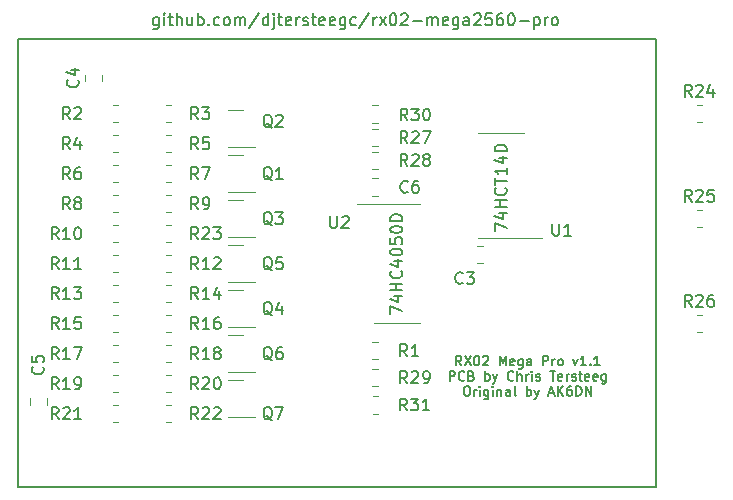
<source format=gbr>
%TF.GenerationSoftware,KiCad,Pcbnew,(6.0.11)*%
%TF.CreationDate,2023-03-14T22:18:48-05:00*%
%TF.ProjectId,rx02-mega2560-pro,72783032-2d6d-4656-9761-323536302d70,rev?*%
%TF.SameCoordinates,Original*%
%TF.FileFunction,Legend,Top*%
%TF.FilePolarity,Positive*%
%FSLAX46Y46*%
G04 Gerber Fmt 4.6, Leading zero omitted, Abs format (unit mm)*
G04 Created by KiCad (PCBNEW (6.0.11)) date 2023-03-14 22:18:48*
%MOMM*%
%LPD*%
G01*
G04 APERTURE LIST*
%ADD10C,0.200000*%
%ADD11C,0.150000*%
%ADD12C,0.120000*%
%ADD13C,0.127000*%
G04 APERTURE END LIST*
D10*
X149289200Y-100038904D02*
X149022533Y-99657952D01*
X148832057Y-100038904D02*
X148832057Y-99238904D01*
X149136819Y-99238904D01*
X149213009Y-99277000D01*
X149251104Y-99315095D01*
X149289200Y-99391285D01*
X149289200Y-99505571D01*
X149251104Y-99581761D01*
X149213009Y-99619857D01*
X149136819Y-99657952D01*
X148832057Y-99657952D01*
X149555866Y-99238904D02*
X150089200Y-100038904D01*
X150089200Y-99238904D02*
X149555866Y-100038904D01*
X150546342Y-99238904D02*
X150622533Y-99238904D01*
X150698723Y-99277000D01*
X150736819Y-99315095D01*
X150774914Y-99391285D01*
X150813009Y-99543666D01*
X150813009Y-99734142D01*
X150774914Y-99886523D01*
X150736819Y-99962714D01*
X150698723Y-100000809D01*
X150622533Y-100038904D01*
X150546342Y-100038904D01*
X150470152Y-100000809D01*
X150432057Y-99962714D01*
X150393961Y-99886523D01*
X150355866Y-99734142D01*
X150355866Y-99543666D01*
X150393961Y-99391285D01*
X150432057Y-99315095D01*
X150470152Y-99277000D01*
X150546342Y-99238904D01*
X151117771Y-99315095D02*
X151155866Y-99277000D01*
X151232057Y-99238904D01*
X151422533Y-99238904D01*
X151498723Y-99277000D01*
X151536819Y-99315095D01*
X151574914Y-99391285D01*
X151574914Y-99467476D01*
X151536819Y-99581761D01*
X151079676Y-100038904D01*
X151574914Y-100038904D01*
X152527295Y-100038904D02*
X152527295Y-99238904D01*
X152793961Y-99810333D01*
X153060628Y-99238904D01*
X153060628Y-100038904D01*
X153746342Y-100000809D02*
X153670152Y-100038904D01*
X153517771Y-100038904D01*
X153441580Y-100000809D01*
X153403485Y-99924619D01*
X153403485Y-99619857D01*
X153441580Y-99543666D01*
X153517771Y-99505571D01*
X153670152Y-99505571D01*
X153746342Y-99543666D01*
X153784438Y-99619857D01*
X153784438Y-99696047D01*
X153403485Y-99772238D01*
X154470152Y-99505571D02*
X154470152Y-100153190D01*
X154432057Y-100229380D01*
X154393961Y-100267476D01*
X154317771Y-100305571D01*
X154203485Y-100305571D01*
X154127295Y-100267476D01*
X154470152Y-100000809D02*
X154393961Y-100038904D01*
X154241580Y-100038904D01*
X154165390Y-100000809D01*
X154127295Y-99962714D01*
X154089200Y-99886523D01*
X154089200Y-99657952D01*
X154127295Y-99581761D01*
X154165390Y-99543666D01*
X154241580Y-99505571D01*
X154393961Y-99505571D01*
X154470152Y-99543666D01*
X155193961Y-100038904D02*
X155193961Y-99619857D01*
X155155866Y-99543666D01*
X155079676Y-99505571D01*
X154927295Y-99505571D01*
X154851104Y-99543666D01*
X155193961Y-100000809D02*
X155117771Y-100038904D01*
X154927295Y-100038904D01*
X154851104Y-100000809D01*
X154813009Y-99924619D01*
X154813009Y-99848428D01*
X154851104Y-99772238D01*
X154927295Y-99734142D01*
X155117771Y-99734142D01*
X155193961Y-99696047D01*
X156184438Y-100038904D02*
X156184438Y-99238904D01*
X156489200Y-99238904D01*
X156565390Y-99277000D01*
X156603485Y-99315095D01*
X156641580Y-99391285D01*
X156641580Y-99505571D01*
X156603485Y-99581761D01*
X156565390Y-99619857D01*
X156489200Y-99657952D01*
X156184438Y-99657952D01*
X156984438Y-100038904D02*
X156984438Y-99505571D01*
X156984438Y-99657952D02*
X157022533Y-99581761D01*
X157060628Y-99543666D01*
X157136819Y-99505571D01*
X157213009Y-99505571D01*
X157593961Y-100038904D02*
X157517771Y-100000809D01*
X157479676Y-99962714D01*
X157441580Y-99886523D01*
X157441580Y-99657952D01*
X157479676Y-99581761D01*
X157517771Y-99543666D01*
X157593961Y-99505571D01*
X157708247Y-99505571D01*
X157784438Y-99543666D01*
X157822533Y-99581761D01*
X157860628Y-99657952D01*
X157860628Y-99886523D01*
X157822533Y-99962714D01*
X157784438Y-100000809D01*
X157708247Y-100038904D01*
X157593961Y-100038904D01*
X158736819Y-99505571D02*
X158927295Y-100038904D01*
X159117771Y-99505571D01*
X159841580Y-100038904D02*
X159384438Y-100038904D01*
X159613009Y-100038904D02*
X159613009Y-99238904D01*
X159536819Y-99353190D01*
X159460628Y-99429380D01*
X159384438Y-99467476D01*
X160184438Y-99962714D02*
X160222533Y-100000809D01*
X160184438Y-100038904D01*
X160146342Y-100000809D01*
X160184438Y-99962714D01*
X160184438Y-100038904D01*
X160984438Y-100038904D02*
X160527295Y-100038904D01*
X160755866Y-100038904D02*
X160755866Y-99238904D01*
X160679676Y-99353190D01*
X160603485Y-99429380D01*
X160527295Y-99467476D01*
X148279676Y-101326904D02*
X148279676Y-100526904D01*
X148584438Y-100526904D01*
X148660628Y-100565000D01*
X148698723Y-100603095D01*
X148736819Y-100679285D01*
X148736819Y-100793571D01*
X148698723Y-100869761D01*
X148660628Y-100907857D01*
X148584438Y-100945952D01*
X148279676Y-100945952D01*
X149536819Y-101250714D02*
X149498723Y-101288809D01*
X149384438Y-101326904D01*
X149308247Y-101326904D01*
X149193961Y-101288809D01*
X149117771Y-101212619D01*
X149079676Y-101136428D01*
X149041580Y-100984047D01*
X149041580Y-100869761D01*
X149079676Y-100717380D01*
X149117771Y-100641190D01*
X149193961Y-100565000D01*
X149308247Y-100526904D01*
X149384438Y-100526904D01*
X149498723Y-100565000D01*
X149536819Y-100603095D01*
X150146342Y-100907857D02*
X150260628Y-100945952D01*
X150298723Y-100984047D01*
X150336819Y-101060238D01*
X150336819Y-101174523D01*
X150298723Y-101250714D01*
X150260628Y-101288809D01*
X150184438Y-101326904D01*
X149879676Y-101326904D01*
X149879676Y-100526904D01*
X150146342Y-100526904D01*
X150222533Y-100565000D01*
X150260628Y-100603095D01*
X150298723Y-100679285D01*
X150298723Y-100755476D01*
X150260628Y-100831666D01*
X150222533Y-100869761D01*
X150146342Y-100907857D01*
X149879676Y-100907857D01*
X151289200Y-101326904D02*
X151289200Y-100526904D01*
X151289200Y-100831666D02*
X151365390Y-100793571D01*
X151517771Y-100793571D01*
X151593961Y-100831666D01*
X151632057Y-100869761D01*
X151670152Y-100945952D01*
X151670152Y-101174523D01*
X151632057Y-101250714D01*
X151593961Y-101288809D01*
X151517771Y-101326904D01*
X151365390Y-101326904D01*
X151289200Y-101288809D01*
X151936819Y-100793571D02*
X152127295Y-101326904D01*
X152317771Y-100793571D02*
X152127295Y-101326904D01*
X152051104Y-101517380D01*
X152013009Y-101555476D01*
X151936819Y-101593571D01*
X153689200Y-101250714D02*
X153651104Y-101288809D01*
X153536819Y-101326904D01*
X153460628Y-101326904D01*
X153346342Y-101288809D01*
X153270152Y-101212619D01*
X153232057Y-101136428D01*
X153193961Y-100984047D01*
X153193961Y-100869761D01*
X153232057Y-100717380D01*
X153270152Y-100641190D01*
X153346342Y-100565000D01*
X153460628Y-100526904D01*
X153536819Y-100526904D01*
X153651104Y-100565000D01*
X153689200Y-100603095D01*
X154032057Y-101326904D02*
X154032057Y-100526904D01*
X154374914Y-101326904D02*
X154374914Y-100907857D01*
X154336819Y-100831666D01*
X154260628Y-100793571D01*
X154146342Y-100793571D01*
X154070152Y-100831666D01*
X154032057Y-100869761D01*
X154755866Y-101326904D02*
X154755866Y-100793571D01*
X154755866Y-100945952D02*
X154793961Y-100869761D01*
X154832057Y-100831666D01*
X154908247Y-100793571D01*
X154984438Y-100793571D01*
X155251104Y-101326904D02*
X155251104Y-100793571D01*
X155251104Y-100526904D02*
X155213009Y-100565000D01*
X155251104Y-100603095D01*
X155289200Y-100565000D01*
X155251104Y-100526904D01*
X155251104Y-100603095D01*
X155593961Y-101288809D02*
X155670152Y-101326904D01*
X155822533Y-101326904D01*
X155898723Y-101288809D01*
X155936819Y-101212619D01*
X155936819Y-101174523D01*
X155898723Y-101098333D01*
X155822533Y-101060238D01*
X155708247Y-101060238D01*
X155632057Y-101022142D01*
X155593961Y-100945952D01*
X155593961Y-100907857D01*
X155632057Y-100831666D01*
X155708247Y-100793571D01*
X155822533Y-100793571D01*
X155898723Y-100831666D01*
X156774914Y-100526904D02*
X157232057Y-100526904D01*
X157003485Y-101326904D02*
X157003485Y-100526904D01*
X157803485Y-101288809D02*
X157727295Y-101326904D01*
X157574914Y-101326904D01*
X157498723Y-101288809D01*
X157460628Y-101212619D01*
X157460628Y-100907857D01*
X157498723Y-100831666D01*
X157574914Y-100793571D01*
X157727295Y-100793571D01*
X157803485Y-100831666D01*
X157841580Y-100907857D01*
X157841580Y-100984047D01*
X157460628Y-101060238D01*
X158184438Y-101326904D02*
X158184438Y-100793571D01*
X158184438Y-100945952D02*
X158222533Y-100869761D01*
X158260628Y-100831666D01*
X158336819Y-100793571D01*
X158413009Y-100793571D01*
X158641580Y-101288809D02*
X158717771Y-101326904D01*
X158870152Y-101326904D01*
X158946342Y-101288809D01*
X158984438Y-101212619D01*
X158984438Y-101174523D01*
X158946342Y-101098333D01*
X158870152Y-101060238D01*
X158755866Y-101060238D01*
X158679676Y-101022142D01*
X158641580Y-100945952D01*
X158641580Y-100907857D01*
X158679676Y-100831666D01*
X158755866Y-100793571D01*
X158870152Y-100793571D01*
X158946342Y-100831666D01*
X159213009Y-100793571D02*
X159517771Y-100793571D01*
X159327295Y-100526904D02*
X159327295Y-101212619D01*
X159365390Y-101288809D01*
X159441580Y-101326904D01*
X159517771Y-101326904D01*
X160089200Y-101288809D02*
X160013009Y-101326904D01*
X159860628Y-101326904D01*
X159784438Y-101288809D01*
X159746342Y-101212619D01*
X159746342Y-100907857D01*
X159784438Y-100831666D01*
X159860628Y-100793571D01*
X160013009Y-100793571D01*
X160089200Y-100831666D01*
X160127295Y-100907857D01*
X160127295Y-100984047D01*
X159746342Y-101060238D01*
X160774914Y-101288809D02*
X160698723Y-101326904D01*
X160546342Y-101326904D01*
X160470152Y-101288809D01*
X160432057Y-101212619D01*
X160432057Y-100907857D01*
X160470152Y-100831666D01*
X160546342Y-100793571D01*
X160698723Y-100793571D01*
X160774914Y-100831666D01*
X160813009Y-100907857D01*
X160813009Y-100984047D01*
X160432057Y-101060238D01*
X161498723Y-100793571D02*
X161498723Y-101441190D01*
X161460628Y-101517380D01*
X161422533Y-101555476D01*
X161346342Y-101593571D01*
X161232057Y-101593571D01*
X161155866Y-101555476D01*
X161498723Y-101288809D02*
X161422533Y-101326904D01*
X161270152Y-101326904D01*
X161193961Y-101288809D01*
X161155866Y-101250714D01*
X161117771Y-101174523D01*
X161117771Y-100945952D01*
X161155866Y-100869761D01*
X161193961Y-100831666D01*
X161270152Y-100793571D01*
X161422533Y-100793571D01*
X161498723Y-100831666D01*
X149670152Y-101814904D02*
X149822533Y-101814904D01*
X149898723Y-101853000D01*
X149974914Y-101929190D01*
X150013009Y-102081571D01*
X150013009Y-102348238D01*
X149974914Y-102500619D01*
X149898723Y-102576809D01*
X149822533Y-102614904D01*
X149670152Y-102614904D01*
X149593961Y-102576809D01*
X149517771Y-102500619D01*
X149479676Y-102348238D01*
X149479676Y-102081571D01*
X149517771Y-101929190D01*
X149593961Y-101853000D01*
X149670152Y-101814904D01*
X150355866Y-102614904D02*
X150355866Y-102081571D01*
X150355866Y-102233952D02*
X150393961Y-102157761D01*
X150432057Y-102119666D01*
X150508247Y-102081571D01*
X150584438Y-102081571D01*
X150851104Y-102614904D02*
X150851104Y-102081571D01*
X150851104Y-101814904D02*
X150813009Y-101853000D01*
X150851104Y-101891095D01*
X150889200Y-101853000D01*
X150851104Y-101814904D01*
X150851104Y-101891095D01*
X151574914Y-102081571D02*
X151574914Y-102729190D01*
X151536819Y-102805380D01*
X151498723Y-102843476D01*
X151422533Y-102881571D01*
X151308247Y-102881571D01*
X151232057Y-102843476D01*
X151574914Y-102576809D02*
X151498723Y-102614904D01*
X151346342Y-102614904D01*
X151270152Y-102576809D01*
X151232057Y-102538714D01*
X151193961Y-102462523D01*
X151193961Y-102233952D01*
X151232057Y-102157761D01*
X151270152Y-102119666D01*
X151346342Y-102081571D01*
X151498723Y-102081571D01*
X151574914Y-102119666D01*
X151955866Y-102614904D02*
X151955866Y-102081571D01*
X151955866Y-101814904D02*
X151917771Y-101853000D01*
X151955866Y-101891095D01*
X151993961Y-101853000D01*
X151955866Y-101814904D01*
X151955866Y-101891095D01*
X152336819Y-102081571D02*
X152336819Y-102614904D01*
X152336819Y-102157761D02*
X152374914Y-102119666D01*
X152451104Y-102081571D01*
X152565390Y-102081571D01*
X152641580Y-102119666D01*
X152679676Y-102195857D01*
X152679676Y-102614904D01*
X153403485Y-102614904D02*
X153403485Y-102195857D01*
X153365390Y-102119666D01*
X153289200Y-102081571D01*
X153136819Y-102081571D01*
X153060628Y-102119666D01*
X153403485Y-102576809D02*
X153327295Y-102614904D01*
X153136819Y-102614904D01*
X153060628Y-102576809D01*
X153022533Y-102500619D01*
X153022533Y-102424428D01*
X153060628Y-102348238D01*
X153136819Y-102310142D01*
X153327295Y-102310142D01*
X153403485Y-102272047D01*
X153898723Y-102614904D02*
X153822533Y-102576809D01*
X153784438Y-102500619D01*
X153784438Y-101814904D01*
X154813009Y-102614904D02*
X154813009Y-101814904D01*
X154813009Y-102119666D02*
X154889200Y-102081571D01*
X155041580Y-102081571D01*
X155117771Y-102119666D01*
X155155866Y-102157761D01*
X155193961Y-102233952D01*
X155193961Y-102462523D01*
X155155866Y-102538714D01*
X155117771Y-102576809D01*
X155041580Y-102614904D01*
X154889200Y-102614904D01*
X154813009Y-102576809D01*
X155460628Y-102081571D02*
X155651104Y-102614904D01*
X155841580Y-102081571D02*
X155651104Y-102614904D01*
X155574914Y-102805380D01*
X155536819Y-102843476D01*
X155460628Y-102881571D01*
X156717771Y-102386333D02*
X157098723Y-102386333D01*
X156641580Y-102614904D02*
X156908247Y-101814904D01*
X157174914Y-102614904D01*
X157441580Y-102614904D02*
X157441580Y-101814904D01*
X157898723Y-102614904D02*
X157555866Y-102157761D01*
X157898723Y-101814904D02*
X157441580Y-102272047D01*
X158584438Y-101814904D02*
X158432057Y-101814904D01*
X158355866Y-101853000D01*
X158317771Y-101891095D01*
X158241580Y-102005380D01*
X158203485Y-102157761D01*
X158203485Y-102462523D01*
X158241580Y-102538714D01*
X158279676Y-102576809D01*
X158355866Y-102614904D01*
X158508247Y-102614904D01*
X158584438Y-102576809D01*
X158622533Y-102538714D01*
X158660628Y-102462523D01*
X158660628Y-102272047D01*
X158622533Y-102195857D01*
X158584438Y-102157761D01*
X158508247Y-102119666D01*
X158355866Y-102119666D01*
X158279676Y-102157761D01*
X158241580Y-102195857D01*
X158203485Y-102272047D01*
X159003485Y-102614904D02*
X159003485Y-101814904D01*
X159193961Y-101814904D01*
X159308247Y-101853000D01*
X159384438Y-101929190D01*
X159422533Y-102005380D01*
X159460628Y-102157761D01*
X159460628Y-102272047D01*
X159422533Y-102424428D01*
X159384438Y-102500619D01*
X159308247Y-102576809D01*
X159193961Y-102614904D01*
X159003485Y-102614904D01*
X159803485Y-102614904D02*
X159803485Y-101814904D01*
X160260628Y-102614904D01*
X160260628Y-101814904D01*
D11*
X123642933Y-70575514D02*
X123642933Y-71385038D01*
X123595314Y-71480276D01*
X123547695Y-71527895D01*
X123452457Y-71575514D01*
X123309599Y-71575514D01*
X123214361Y-71527895D01*
X123642933Y-71194561D02*
X123547695Y-71242180D01*
X123357219Y-71242180D01*
X123261980Y-71194561D01*
X123214361Y-71146942D01*
X123166742Y-71051704D01*
X123166742Y-70765990D01*
X123214361Y-70670752D01*
X123261980Y-70623133D01*
X123357219Y-70575514D01*
X123547695Y-70575514D01*
X123642933Y-70623133D01*
X124119123Y-71242180D02*
X124119123Y-70575514D01*
X124119123Y-70242180D02*
X124071504Y-70289800D01*
X124119123Y-70337419D01*
X124166742Y-70289800D01*
X124119123Y-70242180D01*
X124119123Y-70337419D01*
X124452457Y-70575514D02*
X124833409Y-70575514D01*
X124595314Y-70242180D02*
X124595314Y-71099323D01*
X124642933Y-71194561D01*
X124738171Y-71242180D01*
X124833409Y-71242180D01*
X125166742Y-71242180D02*
X125166742Y-70242180D01*
X125595314Y-71242180D02*
X125595314Y-70718371D01*
X125547695Y-70623133D01*
X125452457Y-70575514D01*
X125309599Y-70575514D01*
X125214361Y-70623133D01*
X125166742Y-70670752D01*
X126500076Y-70575514D02*
X126500076Y-71242180D01*
X126071504Y-70575514D02*
X126071504Y-71099323D01*
X126119123Y-71194561D01*
X126214361Y-71242180D01*
X126357219Y-71242180D01*
X126452457Y-71194561D01*
X126500076Y-71146942D01*
X126976266Y-71242180D02*
X126976266Y-70242180D01*
X126976266Y-70623133D02*
X127071504Y-70575514D01*
X127261980Y-70575514D01*
X127357219Y-70623133D01*
X127404838Y-70670752D01*
X127452457Y-70765990D01*
X127452457Y-71051704D01*
X127404838Y-71146942D01*
X127357219Y-71194561D01*
X127261980Y-71242180D01*
X127071504Y-71242180D01*
X126976266Y-71194561D01*
X127881028Y-71146942D02*
X127928647Y-71194561D01*
X127881028Y-71242180D01*
X127833409Y-71194561D01*
X127881028Y-71146942D01*
X127881028Y-71242180D01*
X128785790Y-71194561D02*
X128690552Y-71242180D01*
X128500076Y-71242180D01*
X128404838Y-71194561D01*
X128357219Y-71146942D01*
X128309599Y-71051704D01*
X128309599Y-70765990D01*
X128357219Y-70670752D01*
X128404838Y-70623133D01*
X128500076Y-70575514D01*
X128690552Y-70575514D01*
X128785790Y-70623133D01*
X129357219Y-71242180D02*
X129261980Y-71194561D01*
X129214361Y-71146942D01*
X129166742Y-71051704D01*
X129166742Y-70765990D01*
X129214361Y-70670752D01*
X129261980Y-70623133D01*
X129357219Y-70575514D01*
X129500076Y-70575514D01*
X129595314Y-70623133D01*
X129642933Y-70670752D01*
X129690552Y-70765990D01*
X129690552Y-71051704D01*
X129642933Y-71146942D01*
X129595314Y-71194561D01*
X129500076Y-71242180D01*
X129357219Y-71242180D01*
X130119123Y-71242180D02*
X130119123Y-70575514D01*
X130119123Y-70670752D02*
X130166742Y-70623133D01*
X130261980Y-70575514D01*
X130404838Y-70575514D01*
X130500076Y-70623133D01*
X130547695Y-70718371D01*
X130547695Y-71242180D01*
X130547695Y-70718371D02*
X130595314Y-70623133D01*
X130690552Y-70575514D01*
X130833409Y-70575514D01*
X130928647Y-70623133D01*
X130976266Y-70718371D01*
X130976266Y-71242180D01*
X132166742Y-70194561D02*
X131309599Y-71480276D01*
X132928647Y-71242180D02*
X132928647Y-70242180D01*
X132928647Y-71194561D02*
X132833409Y-71242180D01*
X132642933Y-71242180D01*
X132547695Y-71194561D01*
X132500076Y-71146942D01*
X132452457Y-71051704D01*
X132452457Y-70765990D01*
X132500076Y-70670752D01*
X132547695Y-70623133D01*
X132642933Y-70575514D01*
X132833409Y-70575514D01*
X132928647Y-70623133D01*
X133404838Y-70575514D02*
X133404838Y-71432657D01*
X133357219Y-71527895D01*
X133261980Y-71575514D01*
X133214361Y-71575514D01*
X133404838Y-70242180D02*
X133357219Y-70289800D01*
X133404838Y-70337419D01*
X133452457Y-70289800D01*
X133404838Y-70242180D01*
X133404838Y-70337419D01*
X133738171Y-70575514D02*
X134119123Y-70575514D01*
X133881028Y-70242180D02*
X133881028Y-71099323D01*
X133928647Y-71194561D01*
X134023885Y-71242180D01*
X134119123Y-71242180D01*
X134833409Y-71194561D02*
X134738171Y-71242180D01*
X134547695Y-71242180D01*
X134452457Y-71194561D01*
X134404838Y-71099323D01*
X134404838Y-70718371D01*
X134452457Y-70623133D01*
X134547695Y-70575514D01*
X134738171Y-70575514D01*
X134833409Y-70623133D01*
X134881028Y-70718371D01*
X134881028Y-70813609D01*
X134404838Y-70908847D01*
X135309600Y-71242180D02*
X135309600Y-70575514D01*
X135309600Y-70765990D02*
X135357219Y-70670752D01*
X135404838Y-70623133D01*
X135500076Y-70575514D01*
X135595314Y-70575514D01*
X135881028Y-71194561D02*
X135976266Y-71242180D01*
X136166742Y-71242180D01*
X136261980Y-71194561D01*
X136309600Y-71099323D01*
X136309600Y-71051704D01*
X136261980Y-70956466D01*
X136166742Y-70908847D01*
X136023885Y-70908847D01*
X135928647Y-70861228D01*
X135881028Y-70765990D01*
X135881028Y-70718371D01*
X135928647Y-70623133D01*
X136023885Y-70575514D01*
X136166742Y-70575514D01*
X136261980Y-70623133D01*
X136595314Y-70575514D02*
X136976266Y-70575514D01*
X136738171Y-70242180D02*
X136738171Y-71099323D01*
X136785790Y-71194561D01*
X136881028Y-71242180D01*
X136976266Y-71242180D01*
X137690552Y-71194561D02*
X137595314Y-71242180D01*
X137404838Y-71242180D01*
X137309600Y-71194561D01*
X137261980Y-71099323D01*
X137261980Y-70718371D01*
X137309600Y-70623133D01*
X137404838Y-70575514D01*
X137595314Y-70575514D01*
X137690552Y-70623133D01*
X137738171Y-70718371D01*
X137738171Y-70813609D01*
X137261980Y-70908847D01*
X138547695Y-71194561D02*
X138452457Y-71242180D01*
X138261980Y-71242180D01*
X138166742Y-71194561D01*
X138119123Y-71099323D01*
X138119123Y-70718371D01*
X138166742Y-70623133D01*
X138261980Y-70575514D01*
X138452457Y-70575514D01*
X138547695Y-70623133D01*
X138595314Y-70718371D01*
X138595314Y-70813609D01*
X138119123Y-70908847D01*
X139452457Y-70575514D02*
X139452457Y-71385038D01*
X139404838Y-71480276D01*
X139357219Y-71527895D01*
X139261980Y-71575514D01*
X139119123Y-71575514D01*
X139023885Y-71527895D01*
X139452457Y-71194561D02*
X139357219Y-71242180D01*
X139166742Y-71242180D01*
X139071504Y-71194561D01*
X139023885Y-71146942D01*
X138976266Y-71051704D01*
X138976266Y-70765990D01*
X139023885Y-70670752D01*
X139071504Y-70623133D01*
X139166742Y-70575514D01*
X139357219Y-70575514D01*
X139452457Y-70623133D01*
X140357219Y-71194561D02*
X140261980Y-71242180D01*
X140071504Y-71242180D01*
X139976266Y-71194561D01*
X139928647Y-71146942D01*
X139881028Y-71051704D01*
X139881028Y-70765990D01*
X139928647Y-70670752D01*
X139976266Y-70623133D01*
X140071504Y-70575514D01*
X140261980Y-70575514D01*
X140357219Y-70623133D01*
X141500076Y-70194561D02*
X140642933Y-71480276D01*
X141833409Y-71242180D02*
X141833409Y-70575514D01*
X141833409Y-70765990D02*
X141881028Y-70670752D01*
X141928647Y-70623133D01*
X142023885Y-70575514D01*
X142119123Y-70575514D01*
X142357219Y-71242180D02*
X142881028Y-70575514D01*
X142357219Y-70575514D02*
X142881028Y-71242180D01*
X143452457Y-70242180D02*
X143547695Y-70242180D01*
X143642933Y-70289800D01*
X143690552Y-70337419D01*
X143738171Y-70432657D01*
X143785790Y-70623133D01*
X143785790Y-70861228D01*
X143738171Y-71051704D01*
X143690552Y-71146942D01*
X143642933Y-71194561D01*
X143547695Y-71242180D01*
X143452457Y-71242180D01*
X143357219Y-71194561D01*
X143309600Y-71146942D01*
X143261980Y-71051704D01*
X143214361Y-70861228D01*
X143214361Y-70623133D01*
X143261980Y-70432657D01*
X143309600Y-70337419D01*
X143357219Y-70289800D01*
X143452457Y-70242180D01*
X144166742Y-70337419D02*
X144214361Y-70289800D01*
X144309600Y-70242180D01*
X144547695Y-70242180D01*
X144642933Y-70289800D01*
X144690552Y-70337419D01*
X144738171Y-70432657D01*
X144738171Y-70527895D01*
X144690552Y-70670752D01*
X144119123Y-71242180D01*
X144738171Y-71242180D01*
X145166742Y-70861228D02*
X145928647Y-70861228D01*
X146404838Y-71242180D02*
X146404838Y-70575514D01*
X146404838Y-70670752D02*
X146452457Y-70623133D01*
X146547695Y-70575514D01*
X146690552Y-70575514D01*
X146785790Y-70623133D01*
X146833409Y-70718371D01*
X146833409Y-71242180D01*
X146833409Y-70718371D02*
X146881028Y-70623133D01*
X146976266Y-70575514D01*
X147119123Y-70575514D01*
X147214361Y-70623133D01*
X147261980Y-70718371D01*
X147261980Y-71242180D01*
X148119123Y-71194561D02*
X148023885Y-71242180D01*
X147833409Y-71242180D01*
X147738171Y-71194561D01*
X147690552Y-71099323D01*
X147690552Y-70718371D01*
X147738171Y-70623133D01*
X147833409Y-70575514D01*
X148023885Y-70575514D01*
X148119123Y-70623133D01*
X148166742Y-70718371D01*
X148166742Y-70813609D01*
X147690552Y-70908847D01*
X149023885Y-70575514D02*
X149023885Y-71385038D01*
X148976266Y-71480276D01*
X148928647Y-71527895D01*
X148833409Y-71575514D01*
X148690552Y-71575514D01*
X148595314Y-71527895D01*
X149023885Y-71194561D02*
X148928647Y-71242180D01*
X148738171Y-71242180D01*
X148642933Y-71194561D01*
X148595314Y-71146942D01*
X148547695Y-71051704D01*
X148547695Y-70765990D01*
X148595314Y-70670752D01*
X148642933Y-70623133D01*
X148738171Y-70575514D01*
X148928647Y-70575514D01*
X149023885Y-70623133D01*
X149928647Y-71242180D02*
X149928647Y-70718371D01*
X149881028Y-70623133D01*
X149785790Y-70575514D01*
X149595314Y-70575514D01*
X149500076Y-70623133D01*
X149928647Y-71194561D02*
X149833409Y-71242180D01*
X149595314Y-71242180D01*
X149500076Y-71194561D01*
X149452457Y-71099323D01*
X149452457Y-71004085D01*
X149500076Y-70908847D01*
X149595314Y-70861228D01*
X149833409Y-70861228D01*
X149928647Y-70813609D01*
X150357219Y-70337419D02*
X150404838Y-70289800D01*
X150500076Y-70242180D01*
X150738171Y-70242180D01*
X150833409Y-70289800D01*
X150881028Y-70337419D01*
X150928647Y-70432657D01*
X150928647Y-70527895D01*
X150881028Y-70670752D01*
X150309599Y-71242180D01*
X150928647Y-71242180D01*
X151833409Y-70242180D02*
X151357219Y-70242180D01*
X151309599Y-70718371D01*
X151357219Y-70670752D01*
X151452457Y-70623133D01*
X151690552Y-70623133D01*
X151785790Y-70670752D01*
X151833409Y-70718371D01*
X151881028Y-70813609D01*
X151881028Y-71051704D01*
X151833409Y-71146942D01*
X151785790Y-71194561D01*
X151690552Y-71242180D01*
X151452457Y-71242180D01*
X151357219Y-71194561D01*
X151309599Y-71146942D01*
X152738171Y-70242180D02*
X152547695Y-70242180D01*
X152452457Y-70289800D01*
X152404838Y-70337419D01*
X152309599Y-70480276D01*
X152261980Y-70670752D01*
X152261980Y-71051704D01*
X152309599Y-71146942D01*
X152357219Y-71194561D01*
X152452457Y-71242180D01*
X152642933Y-71242180D01*
X152738171Y-71194561D01*
X152785790Y-71146942D01*
X152833409Y-71051704D01*
X152833409Y-70813609D01*
X152785790Y-70718371D01*
X152738171Y-70670752D01*
X152642933Y-70623133D01*
X152452457Y-70623133D01*
X152357219Y-70670752D01*
X152309599Y-70718371D01*
X152261980Y-70813609D01*
X153452457Y-70242180D02*
X153547695Y-70242180D01*
X153642933Y-70289800D01*
X153690552Y-70337419D01*
X153738171Y-70432657D01*
X153785790Y-70623133D01*
X153785790Y-70861228D01*
X153738171Y-71051704D01*
X153690552Y-71146942D01*
X153642933Y-71194561D01*
X153547695Y-71242180D01*
X153452457Y-71242180D01*
X153357219Y-71194561D01*
X153309599Y-71146942D01*
X153261980Y-71051704D01*
X153214361Y-70861228D01*
X153214361Y-70623133D01*
X153261980Y-70432657D01*
X153309599Y-70337419D01*
X153357219Y-70289800D01*
X153452457Y-70242180D01*
X154214361Y-70861228D02*
X154976266Y-70861228D01*
X155452457Y-70575514D02*
X155452457Y-71575514D01*
X155452457Y-70623133D02*
X155547695Y-70575514D01*
X155738171Y-70575514D01*
X155833409Y-70623133D01*
X155881028Y-70670752D01*
X155928647Y-70765990D01*
X155928647Y-71051704D01*
X155881028Y-71146942D01*
X155833409Y-71194561D01*
X155738171Y-71242180D01*
X155547695Y-71242180D01*
X155452457Y-71194561D01*
X156357219Y-71242180D02*
X156357219Y-70575514D01*
X156357219Y-70765990D02*
X156404838Y-70670752D01*
X156452457Y-70623133D01*
X156547695Y-70575514D01*
X156642933Y-70575514D01*
X157119123Y-71242180D02*
X157023885Y-71194561D01*
X156976266Y-71146942D01*
X156928647Y-71051704D01*
X156928647Y-70765990D01*
X156976266Y-70670752D01*
X157023885Y-70623133D01*
X157119123Y-70575514D01*
X157261980Y-70575514D01*
X157357219Y-70623133D01*
X157404838Y-70670752D01*
X157452457Y-70765990D01*
X157452457Y-71051704D01*
X157404838Y-71146942D01*
X157357219Y-71194561D01*
X157261980Y-71242180D01*
X157119123Y-71242180D01*
%TO.C,C4*%
X116787142Y-75858666D02*
X116834761Y-75906285D01*
X116882380Y-76049142D01*
X116882380Y-76144380D01*
X116834761Y-76287238D01*
X116739523Y-76382476D01*
X116644285Y-76430095D01*
X116453809Y-76477714D01*
X116310952Y-76477714D01*
X116120476Y-76430095D01*
X116025238Y-76382476D01*
X115930000Y-76287238D01*
X115882380Y-76144380D01*
X115882380Y-76049142D01*
X115930000Y-75906285D01*
X115977619Y-75858666D01*
X116215714Y-75001523D02*
X116882380Y-75001523D01*
X115834761Y-75239619D02*
X116549047Y-75477714D01*
X116549047Y-74858666D01*
%TO.C,R11*%
X115181142Y-91892380D02*
X114847809Y-91416190D01*
X114609714Y-91892380D02*
X114609714Y-90892380D01*
X114990666Y-90892380D01*
X115085904Y-90940000D01*
X115133523Y-90987619D01*
X115181142Y-91082857D01*
X115181142Y-91225714D01*
X115133523Y-91320952D01*
X115085904Y-91368571D01*
X114990666Y-91416190D01*
X114609714Y-91416190D01*
X116133523Y-91892380D02*
X115562095Y-91892380D01*
X115847809Y-91892380D02*
X115847809Y-90892380D01*
X115752571Y-91035238D01*
X115657333Y-91130476D01*
X115562095Y-91178095D01*
X117085904Y-91892380D02*
X116514476Y-91892380D01*
X116800190Y-91892380D02*
X116800190Y-90892380D01*
X116704952Y-91035238D01*
X116609714Y-91130476D01*
X116514476Y-91178095D01*
%TO.C,R13*%
X115181142Y-94423860D02*
X114847809Y-93947670D01*
X114609714Y-94423860D02*
X114609714Y-93423860D01*
X114990666Y-93423860D01*
X115085904Y-93471480D01*
X115133523Y-93519099D01*
X115181142Y-93614337D01*
X115181142Y-93757194D01*
X115133523Y-93852432D01*
X115085904Y-93900051D01*
X114990666Y-93947670D01*
X114609714Y-93947670D01*
X116133523Y-94423860D02*
X115562095Y-94423860D01*
X115847809Y-94423860D02*
X115847809Y-93423860D01*
X115752571Y-93566718D01*
X115657333Y-93661956D01*
X115562095Y-93709575D01*
X116466857Y-93423860D02*
X117085904Y-93423860D01*
X116752571Y-93804813D01*
X116895428Y-93804813D01*
X116990666Y-93852432D01*
X117038285Y-93900051D01*
X117085904Y-93995289D01*
X117085904Y-94233384D01*
X117038285Y-94328622D01*
X116990666Y-94376241D01*
X116895428Y-94423860D01*
X116609714Y-94423860D01*
X116514476Y-94376241D01*
X116466857Y-94328622D01*
%TO.C,R28*%
X144721342Y-83158380D02*
X144388009Y-82682190D01*
X144149914Y-83158380D02*
X144149914Y-82158380D01*
X144530866Y-82158380D01*
X144626104Y-82206000D01*
X144673723Y-82253619D01*
X144721342Y-82348857D01*
X144721342Y-82491714D01*
X144673723Y-82586952D01*
X144626104Y-82634571D01*
X144530866Y-82682190D01*
X144149914Y-82682190D01*
X145102295Y-82253619D02*
X145149914Y-82206000D01*
X145245152Y-82158380D01*
X145483247Y-82158380D01*
X145578485Y-82206000D01*
X145626104Y-82253619D01*
X145673723Y-82348857D01*
X145673723Y-82444095D01*
X145626104Y-82586952D01*
X145054676Y-83158380D01*
X145673723Y-83158380D01*
X146245152Y-82586952D02*
X146149914Y-82539333D01*
X146102295Y-82491714D01*
X146054676Y-82396476D01*
X146054676Y-82348857D01*
X146102295Y-82253619D01*
X146149914Y-82206000D01*
X146245152Y-82158380D01*
X146435628Y-82158380D01*
X146530866Y-82206000D01*
X146578485Y-82253619D01*
X146626104Y-82348857D01*
X146626104Y-82396476D01*
X146578485Y-82491714D01*
X146530866Y-82539333D01*
X146435628Y-82586952D01*
X146245152Y-82586952D01*
X146149914Y-82634571D01*
X146102295Y-82682190D01*
X146054676Y-82777428D01*
X146054676Y-82967904D01*
X146102295Y-83063142D01*
X146149914Y-83110761D01*
X146245152Y-83158380D01*
X146435628Y-83158380D01*
X146530866Y-83110761D01*
X146578485Y-83063142D01*
X146626104Y-82967904D01*
X146626104Y-82777428D01*
X146578485Y-82682190D01*
X146530866Y-82634571D01*
X146435628Y-82586952D01*
%TO.C,R21*%
X115181142Y-104592380D02*
X114847809Y-104116190D01*
X114609714Y-104592380D02*
X114609714Y-103592380D01*
X114990666Y-103592380D01*
X115085904Y-103640000D01*
X115133523Y-103687619D01*
X115181142Y-103782857D01*
X115181142Y-103925714D01*
X115133523Y-104020952D01*
X115085904Y-104068571D01*
X114990666Y-104116190D01*
X114609714Y-104116190D01*
X115562095Y-103687619D02*
X115609714Y-103640000D01*
X115704952Y-103592380D01*
X115943047Y-103592380D01*
X116038285Y-103640000D01*
X116085904Y-103687619D01*
X116133523Y-103782857D01*
X116133523Y-103878095D01*
X116085904Y-104020952D01*
X115514476Y-104592380D01*
X116133523Y-104592380D01*
X117085904Y-104592380D02*
X116514476Y-104592380D01*
X116800190Y-104592380D02*
X116800190Y-103592380D01*
X116704952Y-103735238D01*
X116609714Y-103830476D01*
X116514476Y-103878095D01*
%TO.C,R6*%
X116133523Y-84272380D02*
X115800190Y-83796190D01*
X115562094Y-84272380D02*
X115562094Y-83272380D01*
X115943047Y-83272380D01*
X116038285Y-83320000D01*
X116085904Y-83367619D01*
X116133523Y-83462857D01*
X116133523Y-83605714D01*
X116085904Y-83700952D01*
X116038285Y-83748571D01*
X115943047Y-83796190D01*
X115562094Y-83796190D01*
X116990666Y-83272380D02*
X116800190Y-83272380D01*
X116704951Y-83320000D01*
X116657332Y-83367619D01*
X116562094Y-83510476D01*
X116514475Y-83700952D01*
X116514475Y-84081904D01*
X116562094Y-84177142D01*
X116609713Y-84224761D01*
X116704951Y-84272380D01*
X116895428Y-84272380D01*
X116990666Y-84224761D01*
X117038285Y-84177142D01*
X117085904Y-84081904D01*
X117085904Y-83843809D01*
X117038285Y-83748571D01*
X116990666Y-83700952D01*
X116895428Y-83653333D01*
X116704951Y-83653333D01*
X116609713Y-83700952D01*
X116562094Y-83748571D01*
X116514475Y-83843809D01*
%TO.C,R17*%
X115181142Y-99512380D02*
X114847809Y-99036190D01*
X114609714Y-99512380D02*
X114609714Y-98512380D01*
X114990666Y-98512380D01*
X115085904Y-98560000D01*
X115133523Y-98607619D01*
X115181142Y-98702857D01*
X115181142Y-98845714D01*
X115133523Y-98940952D01*
X115085904Y-98988571D01*
X114990666Y-99036190D01*
X114609714Y-99036190D01*
X116133523Y-99512380D02*
X115562095Y-99512380D01*
X115847809Y-99512380D02*
X115847809Y-98512380D01*
X115752571Y-98655238D01*
X115657333Y-98750476D01*
X115562095Y-98798095D01*
X116466857Y-98512380D02*
X117133523Y-98512380D01*
X116704952Y-99512380D01*
%TO.C,Q1*%
X133254761Y-84367619D02*
X133159523Y-84320000D01*
X133064285Y-84224761D01*
X132921428Y-84081904D01*
X132826190Y-84034285D01*
X132730952Y-84034285D01*
X132778571Y-84272380D02*
X132683333Y-84224761D01*
X132588095Y-84129523D01*
X132540476Y-83939047D01*
X132540476Y-83605714D01*
X132588095Y-83415238D01*
X132683333Y-83320000D01*
X132778571Y-83272380D01*
X132969047Y-83272380D01*
X133064285Y-83320000D01*
X133159523Y-83415238D01*
X133207142Y-83605714D01*
X133207142Y-83939047D01*
X133159523Y-84129523D01*
X133064285Y-84224761D01*
X132969047Y-84272380D01*
X132778571Y-84272380D01*
X134159523Y-84272380D02*
X133588095Y-84272380D01*
X133873809Y-84272380D02*
X133873809Y-83272380D01*
X133778571Y-83415238D01*
X133683333Y-83510476D01*
X133588095Y-83558095D01*
%TO.C,Q5*%
X133254761Y-91987619D02*
X133159523Y-91940000D01*
X133064285Y-91844761D01*
X132921428Y-91701904D01*
X132826190Y-91654285D01*
X132730952Y-91654285D01*
X132778571Y-91892380D02*
X132683333Y-91844761D01*
X132588095Y-91749523D01*
X132540476Y-91559047D01*
X132540476Y-91225714D01*
X132588095Y-91035238D01*
X132683333Y-90940000D01*
X132778571Y-90892380D01*
X132969047Y-90892380D01*
X133064285Y-90940000D01*
X133159523Y-91035238D01*
X133207142Y-91225714D01*
X133207142Y-91559047D01*
X133159523Y-91749523D01*
X133064285Y-91844761D01*
X132969047Y-91892380D01*
X132778571Y-91892380D01*
X134111904Y-90892380D02*
X133635714Y-90892380D01*
X133588095Y-91368571D01*
X133635714Y-91320952D01*
X133730952Y-91273333D01*
X133969047Y-91273333D01*
X134064285Y-91320952D01*
X134111904Y-91368571D01*
X134159523Y-91463809D01*
X134159523Y-91701904D01*
X134111904Y-91797142D01*
X134064285Y-91844761D01*
X133969047Y-91892380D01*
X133730952Y-91892380D01*
X133635714Y-91844761D01*
X133588095Y-91797142D01*
%TO.C,R5*%
X126992142Y-81732380D02*
X126658809Y-81256190D01*
X126420713Y-81732380D02*
X126420713Y-80732380D01*
X126801666Y-80732380D01*
X126896904Y-80780000D01*
X126944523Y-80827619D01*
X126992142Y-80922857D01*
X126992142Y-81065714D01*
X126944523Y-81160952D01*
X126896904Y-81208571D01*
X126801666Y-81256190D01*
X126420713Y-81256190D01*
X127896904Y-80732380D02*
X127420713Y-80732380D01*
X127373094Y-81208571D01*
X127420713Y-81160952D01*
X127515951Y-81113333D01*
X127754047Y-81113333D01*
X127849285Y-81160952D01*
X127896904Y-81208571D01*
X127944523Y-81303809D01*
X127944523Y-81541904D01*
X127896904Y-81637142D01*
X127849285Y-81684761D01*
X127754047Y-81732380D01*
X127515951Y-81732380D01*
X127420713Y-81684761D01*
X127373094Y-81637142D01*
%TO.C,R15*%
X115181142Y-96963860D02*
X114847809Y-96487670D01*
X114609714Y-96963860D02*
X114609714Y-95963860D01*
X114990666Y-95963860D01*
X115085904Y-96011480D01*
X115133523Y-96059099D01*
X115181142Y-96154337D01*
X115181142Y-96297194D01*
X115133523Y-96392432D01*
X115085904Y-96440051D01*
X114990666Y-96487670D01*
X114609714Y-96487670D01*
X116133523Y-96963860D02*
X115562095Y-96963860D01*
X115847809Y-96963860D02*
X115847809Y-95963860D01*
X115752571Y-96106718D01*
X115657333Y-96201956D01*
X115562095Y-96249575D01*
X117038285Y-95963860D02*
X116562095Y-95963860D01*
X116514476Y-96440051D01*
X116562095Y-96392432D01*
X116657333Y-96344813D01*
X116895428Y-96344813D01*
X116990666Y-96392432D01*
X117038285Y-96440051D01*
X117085904Y-96535289D01*
X117085904Y-96773384D01*
X117038285Y-96868622D01*
X116990666Y-96916241D01*
X116895428Y-96963860D01*
X116657333Y-96963860D01*
X116562095Y-96916241D01*
X116514476Y-96868622D01*
%TO.C,U2*%
X138176095Y-87412580D02*
X138176095Y-88222104D01*
X138223714Y-88317342D01*
X138271333Y-88364961D01*
X138366571Y-88412580D01*
X138557047Y-88412580D01*
X138652285Y-88364961D01*
X138699904Y-88317342D01*
X138747523Y-88222104D01*
X138747523Y-87412580D01*
X139176095Y-87507819D02*
X139223714Y-87460200D01*
X139318952Y-87412580D01*
X139557047Y-87412580D01*
X139652285Y-87460200D01*
X139699904Y-87507819D01*
X139747523Y-87603057D01*
X139747523Y-87698295D01*
X139699904Y-87841152D01*
X139128476Y-88412580D01*
X139747523Y-88412580D01*
X143267180Y-95678095D02*
X143267180Y-95011428D01*
X144267180Y-95440000D01*
X143600514Y-94201904D02*
X144267180Y-94201904D01*
X143219561Y-94440000D02*
X143933847Y-94678095D01*
X143933847Y-94059047D01*
X144267180Y-93678095D02*
X143267180Y-93678095D01*
X143743371Y-93678095D02*
X143743371Y-93106666D01*
X144267180Y-93106666D02*
X143267180Y-93106666D01*
X144171942Y-92059047D02*
X144219561Y-92106666D01*
X144267180Y-92249523D01*
X144267180Y-92344761D01*
X144219561Y-92487619D01*
X144124323Y-92582857D01*
X144029085Y-92630476D01*
X143838609Y-92678095D01*
X143695752Y-92678095D01*
X143505276Y-92630476D01*
X143410038Y-92582857D01*
X143314800Y-92487619D01*
X143267180Y-92344761D01*
X143267180Y-92249523D01*
X143314800Y-92106666D01*
X143362419Y-92059047D01*
X143600514Y-91201904D02*
X144267180Y-91201904D01*
X143219561Y-91440000D02*
X143933847Y-91678095D01*
X143933847Y-91059047D01*
X143267180Y-90487619D02*
X143267180Y-90392380D01*
X143314800Y-90297142D01*
X143362419Y-90249523D01*
X143457657Y-90201904D01*
X143648133Y-90154285D01*
X143886228Y-90154285D01*
X144076704Y-90201904D01*
X144171942Y-90249523D01*
X144219561Y-90297142D01*
X144267180Y-90392380D01*
X144267180Y-90487619D01*
X144219561Y-90582857D01*
X144171942Y-90630476D01*
X144076704Y-90678095D01*
X143886228Y-90725714D01*
X143648133Y-90725714D01*
X143457657Y-90678095D01*
X143362419Y-90630476D01*
X143314800Y-90582857D01*
X143267180Y-90487619D01*
X143267180Y-89249523D02*
X143267180Y-89725714D01*
X143743371Y-89773333D01*
X143695752Y-89725714D01*
X143648133Y-89630476D01*
X143648133Y-89392380D01*
X143695752Y-89297142D01*
X143743371Y-89249523D01*
X143838609Y-89201904D01*
X144076704Y-89201904D01*
X144171942Y-89249523D01*
X144219561Y-89297142D01*
X144267180Y-89392380D01*
X144267180Y-89630476D01*
X144219561Y-89725714D01*
X144171942Y-89773333D01*
X143267180Y-88582857D02*
X143267180Y-88487619D01*
X143314800Y-88392380D01*
X143362419Y-88344761D01*
X143457657Y-88297142D01*
X143648133Y-88249523D01*
X143886228Y-88249523D01*
X144076704Y-88297142D01*
X144171942Y-88344761D01*
X144219561Y-88392380D01*
X144267180Y-88487619D01*
X144267180Y-88582857D01*
X144219561Y-88678095D01*
X144171942Y-88725714D01*
X144076704Y-88773333D01*
X143886228Y-88820952D01*
X143648133Y-88820952D01*
X143457657Y-88773333D01*
X143362419Y-88725714D01*
X143314800Y-88678095D01*
X143267180Y-88582857D01*
X144267180Y-87820952D02*
X143267180Y-87820952D01*
X143267180Y-87582857D01*
X143314800Y-87440000D01*
X143410038Y-87344761D01*
X143505276Y-87297142D01*
X143695752Y-87249523D01*
X143838609Y-87249523D01*
X144029085Y-87297142D01*
X144124323Y-87344761D01*
X144219561Y-87440000D01*
X144267180Y-87582857D01*
X144267180Y-87820952D01*
%TO.C,R26*%
X168775142Y-95067380D02*
X168441809Y-94591190D01*
X168203714Y-95067380D02*
X168203714Y-94067380D01*
X168584666Y-94067380D01*
X168679904Y-94115000D01*
X168727523Y-94162619D01*
X168775142Y-94257857D01*
X168775142Y-94400714D01*
X168727523Y-94495952D01*
X168679904Y-94543571D01*
X168584666Y-94591190D01*
X168203714Y-94591190D01*
X169156095Y-94162619D02*
X169203714Y-94115000D01*
X169298952Y-94067380D01*
X169537047Y-94067380D01*
X169632285Y-94115000D01*
X169679904Y-94162619D01*
X169727523Y-94257857D01*
X169727523Y-94353095D01*
X169679904Y-94495952D01*
X169108476Y-95067380D01*
X169727523Y-95067380D01*
X170584666Y-94067380D02*
X170394190Y-94067380D01*
X170298952Y-94115000D01*
X170251333Y-94162619D01*
X170156095Y-94305476D01*
X170108476Y-94495952D01*
X170108476Y-94876904D01*
X170156095Y-94972142D01*
X170203714Y-95019761D01*
X170298952Y-95067380D01*
X170489428Y-95067380D01*
X170584666Y-95019761D01*
X170632285Y-94972142D01*
X170679904Y-94876904D01*
X170679904Y-94638809D01*
X170632285Y-94543571D01*
X170584666Y-94495952D01*
X170489428Y-94448333D01*
X170298952Y-94448333D01*
X170203714Y-94495952D01*
X170156095Y-94543571D01*
X170108476Y-94638809D01*
%TO.C,R12*%
X126992142Y-91892380D02*
X126658809Y-91416190D01*
X126420714Y-91892380D02*
X126420714Y-90892380D01*
X126801666Y-90892380D01*
X126896904Y-90940000D01*
X126944523Y-90987619D01*
X126992142Y-91082857D01*
X126992142Y-91225714D01*
X126944523Y-91320952D01*
X126896904Y-91368571D01*
X126801666Y-91416190D01*
X126420714Y-91416190D01*
X127944523Y-91892380D02*
X127373095Y-91892380D01*
X127658809Y-91892380D02*
X127658809Y-90892380D01*
X127563571Y-91035238D01*
X127468333Y-91130476D01*
X127373095Y-91178095D01*
X128325476Y-90987619D02*
X128373095Y-90940000D01*
X128468333Y-90892380D01*
X128706428Y-90892380D01*
X128801666Y-90940000D01*
X128849285Y-90987619D01*
X128896904Y-91082857D01*
X128896904Y-91178095D01*
X128849285Y-91320952D01*
X128277857Y-91892380D01*
X128896904Y-91892380D01*
%TO.C,R14*%
X126992142Y-94423860D02*
X126658809Y-93947670D01*
X126420714Y-94423860D02*
X126420714Y-93423860D01*
X126801666Y-93423860D01*
X126896904Y-93471480D01*
X126944523Y-93519099D01*
X126992142Y-93614337D01*
X126992142Y-93757194D01*
X126944523Y-93852432D01*
X126896904Y-93900051D01*
X126801666Y-93947670D01*
X126420714Y-93947670D01*
X127944523Y-94423860D02*
X127373095Y-94423860D01*
X127658809Y-94423860D02*
X127658809Y-93423860D01*
X127563571Y-93566718D01*
X127468333Y-93661956D01*
X127373095Y-93709575D01*
X128801666Y-93757194D02*
X128801666Y-94423860D01*
X128563571Y-93376241D02*
X128325476Y-94090527D01*
X128944523Y-94090527D01*
%TO.C,C5*%
X113818942Y-100166466D02*
X113866561Y-100214085D01*
X113914180Y-100356942D01*
X113914180Y-100452180D01*
X113866561Y-100595038D01*
X113771323Y-100690276D01*
X113676085Y-100737895D01*
X113485609Y-100785514D01*
X113342752Y-100785514D01*
X113152276Y-100737895D01*
X113057038Y-100690276D01*
X112961800Y-100595038D01*
X112914180Y-100452180D01*
X112914180Y-100356942D01*
X112961800Y-100214085D01*
X113009419Y-100166466D01*
X112914180Y-99261704D02*
X112914180Y-99737895D01*
X113390371Y-99785514D01*
X113342752Y-99737895D01*
X113295133Y-99642657D01*
X113295133Y-99404561D01*
X113342752Y-99309323D01*
X113390371Y-99261704D01*
X113485609Y-99214085D01*
X113723704Y-99214085D01*
X113818942Y-99261704D01*
X113866561Y-99309323D01*
X113914180Y-99404561D01*
X113914180Y-99642657D01*
X113866561Y-99737895D01*
X113818942Y-99785514D01*
%TO.C,R30*%
X144721342Y-79293980D02*
X144388009Y-78817790D01*
X144149914Y-79293980D02*
X144149914Y-78293980D01*
X144530866Y-78293980D01*
X144626104Y-78341600D01*
X144673723Y-78389219D01*
X144721342Y-78484457D01*
X144721342Y-78627314D01*
X144673723Y-78722552D01*
X144626104Y-78770171D01*
X144530866Y-78817790D01*
X144149914Y-78817790D01*
X145054676Y-78293980D02*
X145673723Y-78293980D01*
X145340390Y-78674933D01*
X145483247Y-78674933D01*
X145578485Y-78722552D01*
X145626104Y-78770171D01*
X145673723Y-78865409D01*
X145673723Y-79103504D01*
X145626104Y-79198742D01*
X145578485Y-79246361D01*
X145483247Y-79293980D01*
X145197533Y-79293980D01*
X145102295Y-79246361D01*
X145054676Y-79198742D01*
X146292771Y-78293980D02*
X146388009Y-78293980D01*
X146483247Y-78341600D01*
X146530866Y-78389219D01*
X146578485Y-78484457D01*
X146626104Y-78674933D01*
X146626104Y-78913028D01*
X146578485Y-79103504D01*
X146530866Y-79198742D01*
X146483247Y-79246361D01*
X146388009Y-79293980D01*
X146292771Y-79293980D01*
X146197533Y-79246361D01*
X146149914Y-79198742D01*
X146102295Y-79103504D01*
X146054676Y-78913028D01*
X146054676Y-78674933D01*
X146102295Y-78484457D01*
X146149914Y-78389219D01*
X146197533Y-78341600D01*
X146292771Y-78293980D01*
%TO.C,U1*%
X156997495Y-88047580D02*
X156997495Y-88857104D01*
X157045114Y-88952342D01*
X157092733Y-88999961D01*
X157187971Y-89047580D01*
X157378447Y-89047580D01*
X157473685Y-88999961D01*
X157521304Y-88952342D01*
X157568923Y-88857104D01*
X157568923Y-88047580D01*
X158568923Y-89047580D02*
X157997495Y-89047580D01*
X158283209Y-89047580D02*
X158283209Y-88047580D01*
X158187971Y-88190438D01*
X158092733Y-88285676D01*
X157997495Y-88333295D01*
X152106380Y-88629666D02*
X152106380Y-87963000D01*
X153106380Y-88391571D01*
X152439714Y-87153476D02*
X153106380Y-87153476D01*
X152058761Y-87391571D02*
X152773047Y-87629666D01*
X152773047Y-87010619D01*
X153106380Y-86629666D02*
X152106380Y-86629666D01*
X152582571Y-86629666D02*
X152582571Y-86058238D01*
X153106380Y-86058238D02*
X152106380Y-86058238D01*
X153011142Y-85010619D02*
X153058761Y-85058238D01*
X153106380Y-85201095D01*
X153106380Y-85296333D01*
X153058761Y-85439190D01*
X152963523Y-85534428D01*
X152868285Y-85582047D01*
X152677809Y-85629666D01*
X152534952Y-85629666D01*
X152344476Y-85582047D01*
X152249238Y-85534428D01*
X152154000Y-85439190D01*
X152106380Y-85296333D01*
X152106380Y-85201095D01*
X152154000Y-85058238D01*
X152201619Y-85010619D01*
X152106380Y-84724904D02*
X152106380Y-84153476D01*
X153106380Y-84439190D02*
X152106380Y-84439190D01*
X153106380Y-83296333D02*
X153106380Y-83867761D01*
X153106380Y-83582047D02*
X152106380Y-83582047D01*
X152249238Y-83677285D01*
X152344476Y-83772523D01*
X152392095Y-83867761D01*
X152439714Y-82439190D02*
X153106380Y-82439190D01*
X152058761Y-82677285D02*
X152773047Y-82915380D01*
X152773047Y-82296333D01*
X153106380Y-81915380D02*
X152106380Y-81915380D01*
X152106380Y-81677285D01*
X152154000Y-81534428D01*
X152249238Y-81439190D01*
X152344476Y-81391571D01*
X152534952Y-81343952D01*
X152677809Y-81343952D01*
X152868285Y-81391571D01*
X152963523Y-81439190D01*
X153058761Y-81534428D01*
X153106380Y-81677285D01*
X153106380Y-81915380D01*
%TO.C,R23*%
X126992142Y-89352380D02*
X126658809Y-88876190D01*
X126420714Y-89352380D02*
X126420714Y-88352380D01*
X126801666Y-88352380D01*
X126896904Y-88400000D01*
X126944523Y-88447619D01*
X126992142Y-88542857D01*
X126992142Y-88685714D01*
X126944523Y-88780952D01*
X126896904Y-88828571D01*
X126801666Y-88876190D01*
X126420714Y-88876190D01*
X127373095Y-88447619D02*
X127420714Y-88400000D01*
X127515952Y-88352380D01*
X127754047Y-88352380D01*
X127849285Y-88400000D01*
X127896904Y-88447619D01*
X127944523Y-88542857D01*
X127944523Y-88638095D01*
X127896904Y-88780952D01*
X127325476Y-89352380D01*
X127944523Y-89352380D01*
X128277857Y-88352380D02*
X128896904Y-88352380D01*
X128563571Y-88733333D01*
X128706428Y-88733333D01*
X128801666Y-88780952D01*
X128849285Y-88828571D01*
X128896904Y-88923809D01*
X128896904Y-89161904D01*
X128849285Y-89257142D01*
X128801666Y-89304761D01*
X128706428Y-89352380D01*
X128420714Y-89352380D01*
X128325476Y-89304761D01*
X128277857Y-89257142D01*
%TO.C,R16*%
X126992142Y-96963860D02*
X126658809Y-96487670D01*
X126420714Y-96963860D02*
X126420714Y-95963860D01*
X126801666Y-95963860D01*
X126896904Y-96011480D01*
X126944523Y-96059099D01*
X126992142Y-96154337D01*
X126992142Y-96297194D01*
X126944523Y-96392432D01*
X126896904Y-96440051D01*
X126801666Y-96487670D01*
X126420714Y-96487670D01*
X127944523Y-96963860D02*
X127373095Y-96963860D01*
X127658809Y-96963860D02*
X127658809Y-95963860D01*
X127563571Y-96106718D01*
X127468333Y-96201956D01*
X127373095Y-96249575D01*
X128801666Y-95963860D02*
X128611190Y-95963860D01*
X128515952Y-96011480D01*
X128468333Y-96059099D01*
X128373095Y-96201956D01*
X128325476Y-96392432D01*
X128325476Y-96773384D01*
X128373095Y-96868622D01*
X128420714Y-96916241D01*
X128515952Y-96963860D01*
X128706428Y-96963860D01*
X128801666Y-96916241D01*
X128849285Y-96868622D01*
X128896904Y-96773384D01*
X128896904Y-96535289D01*
X128849285Y-96440051D01*
X128801666Y-96392432D01*
X128706428Y-96344813D01*
X128515952Y-96344813D01*
X128420714Y-96392432D01*
X128373095Y-96440051D01*
X128325476Y-96535289D01*
%TO.C,R24*%
X168775142Y-77287380D02*
X168441809Y-76811190D01*
X168203714Y-77287380D02*
X168203714Y-76287380D01*
X168584666Y-76287380D01*
X168679904Y-76335000D01*
X168727523Y-76382619D01*
X168775142Y-76477857D01*
X168775142Y-76620714D01*
X168727523Y-76715952D01*
X168679904Y-76763571D01*
X168584666Y-76811190D01*
X168203714Y-76811190D01*
X169156095Y-76382619D02*
X169203714Y-76335000D01*
X169298952Y-76287380D01*
X169537047Y-76287380D01*
X169632285Y-76335000D01*
X169679904Y-76382619D01*
X169727523Y-76477857D01*
X169727523Y-76573095D01*
X169679904Y-76715952D01*
X169108476Y-77287380D01*
X169727523Y-77287380D01*
X170584666Y-76620714D02*
X170584666Y-77287380D01*
X170346571Y-76239761D02*
X170108476Y-76954047D01*
X170727523Y-76954047D01*
%TO.C,R9*%
X126992142Y-86812380D02*
X126658809Y-86336190D01*
X126420713Y-86812380D02*
X126420713Y-85812380D01*
X126801666Y-85812380D01*
X126896904Y-85860000D01*
X126944523Y-85907619D01*
X126992142Y-86002857D01*
X126992142Y-86145714D01*
X126944523Y-86240952D01*
X126896904Y-86288571D01*
X126801666Y-86336190D01*
X126420713Y-86336190D01*
X127468332Y-86812380D02*
X127658809Y-86812380D01*
X127754047Y-86764761D01*
X127801666Y-86717142D01*
X127896904Y-86574285D01*
X127944523Y-86383809D01*
X127944523Y-86002857D01*
X127896904Y-85907619D01*
X127849285Y-85860000D01*
X127754047Y-85812380D01*
X127563570Y-85812380D01*
X127468332Y-85860000D01*
X127420713Y-85907619D01*
X127373094Y-86002857D01*
X127373094Y-86240952D01*
X127420713Y-86336190D01*
X127468332Y-86383809D01*
X127563570Y-86431428D01*
X127754047Y-86431428D01*
X127849285Y-86383809D01*
X127896904Y-86336190D01*
X127944523Y-86240952D01*
%TO.C,R3*%
X126992142Y-79192380D02*
X126658809Y-78716190D01*
X126420713Y-79192380D02*
X126420713Y-78192380D01*
X126801666Y-78192380D01*
X126896904Y-78240000D01*
X126944523Y-78287619D01*
X126992142Y-78382857D01*
X126992142Y-78525714D01*
X126944523Y-78620952D01*
X126896904Y-78668571D01*
X126801666Y-78716190D01*
X126420713Y-78716190D01*
X127325475Y-78192380D02*
X127944523Y-78192380D01*
X127611189Y-78573333D01*
X127754047Y-78573333D01*
X127849285Y-78620952D01*
X127896904Y-78668571D01*
X127944523Y-78763809D01*
X127944523Y-79001904D01*
X127896904Y-79097142D01*
X127849285Y-79144761D01*
X127754047Y-79192380D01*
X127468332Y-79192380D01*
X127373094Y-79144761D01*
X127325475Y-79097142D01*
%TO.C,R19*%
X115181142Y-102052380D02*
X114847809Y-101576190D01*
X114609714Y-102052380D02*
X114609714Y-101052380D01*
X114990666Y-101052380D01*
X115085904Y-101100000D01*
X115133523Y-101147619D01*
X115181142Y-101242857D01*
X115181142Y-101385714D01*
X115133523Y-101480952D01*
X115085904Y-101528571D01*
X114990666Y-101576190D01*
X114609714Y-101576190D01*
X116133523Y-102052380D02*
X115562095Y-102052380D01*
X115847809Y-102052380D02*
X115847809Y-101052380D01*
X115752571Y-101195238D01*
X115657333Y-101290476D01*
X115562095Y-101338095D01*
X116609714Y-102052380D02*
X116800190Y-102052380D01*
X116895428Y-102004761D01*
X116943047Y-101957142D01*
X117038285Y-101814285D01*
X117085904Y-101623809D01*
X117085904Y-101242857D01*
X117038285Y-101147619D01*
X116990666Y-101100000D01*
X116895428Y-101052380D01*
X116704952Y-101052380D01*
X116609714Y-101100000D01*
X116562095Y-101147619D01*
X116514476Y-101242857D01*
X116514476Y-101480952D01*
X116562095Y-101576190D01*
X116609714Y-101623809D01*
X116704952Y-101671428D01*
X116895428Y-101671428D01*
X116990666Y-101623809D01*
X117038285Y-101576190D01*
X117085904Y-101480952D01*
%TO.C,Q4*%
X133254761Y-95797619D02*
X133159523Y-95750000D01*
X133064285Y-95654761D01*
X132921428Y-95511904D01*
X132826190Y-95464285D01*
X132730952Y-95464285D01*
X132778571Y-95702380D02*
X132683333Y-95654761D01*
X132588095Y-95559523D01*
X132540476Y-95369047D01*
X132540476Y-95035714D01*
X132588095Y-94845238D01*
X132683333Y-94750000D01*
X132778571Y-94702380D01*
X132969047Y-94702380D01*
X133064285Y-94750000D01*
X133159523Y-94845238D01*
X133207142Y-95035714D01*
X133207142Y-95369047D01*
X133159523Y-95559523D01*
X133064285Y-95654761D01*
X132969047Y-95702380D01*
X132778571Y-95702380D01*
X134064285Y-95035714D02*
X134064285Y-95702380D01*
X133826190Y-94654761D02*
X133588095Y-95369047D01*
X134207142Y-95369047D01*
%TO.C,Q6*%
X133254761Y-99607619D02*
X133159523Y-99560000D01*
X133064285Y-99464761D01*
X132921428Y-99321904D01*
X132826190Y-99274285D01*
X132730952Y-99274285D01*
X132778571Y-99512380D02*
X132683333Y-99464761D01*
X132588095Y-99369523D01*
X132540476Y-99179047D01*
X132540476Y-98845714D01*
X132588095Y-98655238D01*
X132683333Y-98560000D01*
X132778571Y-98512380D01*
X132969047Y-98512380D01*
X133064285Y-98560000D01*
X133159523Y-98655238D01*
X133207142Y-98845714D01*
X133207142Y-99179047D01*
X133159523Y-99369523D01*
X133064285Y-99464761D01*
X132969047Y-99512380D01*
X132778571Y-99512380D01*
X134064285Y-98512380D02*
X133873809Y-98512380D01*
X133778571Y-98560000D01*
X133730952Y-98607619D01*
X133635714Y-98750476D01*
X133588095Y-98940952D01*
X133588095Y-99321904D01*
X133635714Y-99417142D01*
X133683333Y-99464761D01*
X133778571Y-99512380D01*
X133969047Y-99512380D01*
X134064285Y-99464761D01*
X134111904Y-99417142D01*
X134159523Y-99321904D01*
X134159523Y-99083809D01*
X134111904Y-98988571D01*
X134064285Y-98940952D01*
X133969047Y-98893333D01*
X133778571Y-98893333D01*
X133683333Y-98940952D01*
X133635714Y-98988571D01*
X133588095Y-99083809D01*
%TO.C,Q3*%
X133254761Y-88177619D02*
X133159523Y-88130000D01*
X133064285Y-88034761D01*
X132921428Y-87891904D01*
X132826190Y-87844285D01*
X132730952Y-87844285D01*
X132778571Y-88082380D02*
X132683333Y-88034761D01*
X132588095Y-87939523D01*
X132540476Y-87749047D01*
X132540476Y-87415714D01*
X132588095Y-87225238D01*
X132683333Y-87130000D01*
X132778571Y-87082380D01*
X132969047Y-87082380D01*
X133064285Y-87130000D01*
X133159523Y-87225238D01*
X133207142Y-87415714D01*
X133207142Y-87749047D01*
X133159523Y-87939523D01*
X133064285Y-88034761D01*
X132969047Y-88082380D01*
X132778571Y-88082380D01*
X133540476Y-87082380D02*
X134159523Y-87082380D01*
X133826190Y-87463333D01*
X133969047Y-87463333D01*
X134064285Y-87510952D01*
X134111904Y-87558571D01*
X134159523Y-87653809D01*
X134159523Y-87891904D01*
X134111904Y-87987142D01*
X134064285Y-88034761D01*
X133969047Y-88082380D01*
X133683333Y-88082380D01*
X133588095Y-88034761D01*
X133540476Y-87987142D01*
%TO.C,C6*%
X144740333Y-85320142D02*
X144692714Y-85367761D01*
X144549857Y-85415380D01*
X144454619Y-85415380D01*
X144311761Y-85367761D01*
X144216523Y-85272523D01*
X144168904Y-85177285D01*
X144121285Y-84986809D01*
X144121285Y-84843952D01*
X144168904Y-84653476D01*
X144216523Y-84558238D01*
X144311761Y-84463000D01*
X144454619Y-84415380D01*
X144549857Y-84415380D01*
X144692714Y-84463000D01*
X144740333Y-84510619D01*
X145597476Y-84415380D02*
X145407000Y-84415380D01*
X145311761Y-84463000D01*
X145264142Y-84510619D01*
X145168904Y-84653476D01*
X145121285Y-84843952D01*
X145121285Y-85224904D01*
X145168904Y-85320142D01*
X145216523Y-85367761D01*
X145311761Y-85415380D01*
X145502238Y-85415380D01*
X145597476Y-85367761D01*
X145645095Y-85320142D01*
X145692714Y-85224904D01*
X145692714Y-84986809D01*
X145645095Y-84891571D01*
X145597476Y-84843952D01*
X145502238Y-84796333D01*
X145311761Y-84796333D01*
X145216523Y-84843952D01*
X145168904Y-84891571D01*
X145121285Y-84986809D01*
%TO.C,R10*%
X115181142Y-89352380D02*
X114847809Y-88876190D01*
X114609714Y-89352380D02*
X114609714Y-88352380D01*
X114990666Y-88352380D01*
X115085904Y-88400000D01*
X115133523Y-88447619D01*
X115181142Y-88542857D01*
X115181142Y-88685714D01*
X115133523Y-88780952D01*
X115085904Y-88828571D01*
X114990666Y-88876190D01*
X114609714Y-88876190D01*
X116133523Y-89352380D02*
X115562095Y-89352380D01*
X115847809Y-89352380D02*
X115847809Y-88352380D01*
X115752571Y-88495238D01*
X115657333Y-88590476D01*
X115562095Y-88638095D01*
X116752571Y-88352380D02*
X116847809Y-88352380D01*
X116943047Y-88400000D01*
X116990666Y-88447619D01*
X117038285Y-88542857D01*
X117085904Y-88733333D01*
X117085904Y-88971428D01*
X117038285Y-89161904D01*
X116990666Y-89257142D01*
X116943047Y-89304761D01*
X116847809Y-89352380D01*
X116752571Y-89352380D01*
X116657333Y-89304761D01*
X116609714Y-89257142D01*
X116562095Y-89161904D01*
X116514476Y-88971428D01*
X116514476Y-88733333D01*
X116562095Y-88542857D01*
X116609714Y-88447619D01*
X116657333Y-88400000D01*
X116752571Y-88352380D01*
%TO.C,R22*%
X126992142Y-104592380D02*
X126658809Y-104116190D01*
X126420714Y-104592380D02*
X126420714Y-103592380D01*
X126801666Y-103592380D01*
X126896904Y-103640000D01*
X126944523Y-103687619D01*
X126992142Y-103782857D01*
X126992142Y-103925714D01*
X126944523Y-104020952D01*
X126896904Y-104068571D01*
X126801666Y-104116190D01*
X126420714Y-104116190D01*
X127373095Y-103687619D02*
X127420714Y-103640000D01*
X127515952Y-103592380D01*
X127754047Y-103592380D01*
X127849285Y-103640000D01*
X127896904Y-103687619D01*
X127944523Y-103782857D01*
X127944523Y-103878095D01*
X127896904Y-104020952D01*
X127325476Y-104592380D01*
X127944523Y-104592380D01*
X128325476Y-103687619D02*
X128373095Y-103640000D01*
X128468333Y-103592380D01*
X128706428Y-103592380D01*
X128801666Y-103640000D01*
X128849285Y-103687619D01*
X128896904Y-103782857D01*
X128896904Y-103878095D01*
X128849285Y-104020952D01*
X128277857Y-104592380D01*
X128896904Y-104592380D01*
%TO.C,R2*%
X116133523Y-79192380D02*
X115800190Y-78716190D01*
X115562094Y-79192380D02*
X115562094Y-78192380D01*
X115943047Y-78192380D01*
X116038285Y-78240000D01*
X116085904Y-78287619D01*
X116133523Y-78382857D01*
X116133523Y-78525714D01*
X116085904Y-78620952D01*
X116038285Y-78668571D01*
X115943047Y-78716190D01*
X115562094Y-78716190D01*
X116514475Y-78287619D02*
X116562094Y-78240000D01*
X116657332Y-78192380D01*
X116895428Y-78192380D01*
X116990666Y-78240000D01*
X117038285Y-78287619D01*
X117085904Y-78382857D01*
X117085904Y-78478095D01*
X117038285Y-78620952D01*
X116466856Y-79192380D01*
X117085904Y-79192380D01*
%TO.C,R31*%
X144670542Y-103855780D02*
X144337209Y-103379590D01*
X144099114Y-103855780D02*
X144099114Y-102855780D01*
X144480066Y-102855780D01*
X144575304Y-102903400D01*
X144622923Y-102951019D01*
X144670542Y-103046257D01*
X144670542Y-103189114D01*
X144622923Y-103284352D01*
X144575304Y-103331971D01*
X144480066Y-103379590D01*
X144099114Y-103379590D01*
X145003876Y-102855780D02*
X145622923Y-102855780D01*
X145289590Y-103236733D01*
X145432447Y-103236733D01*
X145527685Y-103284352D01*
X145575304Y-103331971D01*
X145622923Y-103427209D01*
X145622923Y-103665304D01*
X145575304Y-103760542D01*
X145527685Y-103808161D01*
X145432447Y-103855780D01*
X145146733Y-103855780D01*
X145051495Y-103808161D01*
X145003876Y-103760542D01*
X146575304Y-103855780D02*
X146003876Y-103855780D01*
X146289590Y-103855780D02*
X146289590Y-102855780D01*
X146194352Y-102998638D01*
X146099114Y-103093876D01*
X146003876Y-103141495D01*
%TO.C,R18*%
X126992142Y-99512380D02*
X126658809Y-99036190D01*
X126420714Y-99512380D02*
X126420714Y-98512380D01*
X126801666Y-98512380D01*
X126896904Y-98560000D01*
X126944523Y-98607619D01*
X126992142Y-98702857D01*
X126992142Y-98845714D01*
X126944523Y-98940952D01*
X126896904Y-98988571D01*
X126801666Y-99036190D01*
X126420714Y-99036190D01*
X127944523Y-99512380D02*
X127373095Y-99512380D01*
X127658809Y-99512380D02*
X127658809Y-98512380D01*
X127563571Y-98655238D01*
X127468333Y-98750476D01*
X127373095Y-98798095D01*
X128515952Y-98940952D02*
X128420714Y-98893333D01*
X128373095Y-98845714D01*
X128325476Y-98750476D01*
X128325476Y-98702857D01*
X128373095Y-98607619D01*
X128420714Y-98560000D01*
X128515952Y-98512380D01*
X128706428Y-98512380D01*
X128801666Y-98560000D01*
X128849285Y-98607619D01*
X128896904Y-98702857D01*
X128896904Y-98750476D01*
X128849285Y-98845714D01*
X128801666Y-98893333D01*
X128706428Y-98940952D01*
X128515952Y-98940952D01*
X128420714Y-98988571D01*
X128373095Y-99036190D01*
X128325476Y-99131428D01*
X128325476Y-99321904D01*
X128373095Y-99417142D01*
X128420714Y-99464761D01*
X128515952Y-99512380D01*
X128706428Y-99512380D01*
X128801666Y-99464761D01*
X128849285Y-99417142D01*
X128896904Y-99321904D01*
X128896904Y-99131428D01*
X128849285Y-99036190D01*
X128801666Y-98988571D01*
X128706428Y-98940952D01*
%TO.C,R25*%
X168775142Y-86177380D02*
X168441809Y-85701190D01*
X168203714Y-86177380D02*
X168203714Y-85177380D01*
X168584666Y-85177380D01*
X168679904Y-85225000D01*
X168727523Y-85272619D01*
X168775142Y-85367857D01*
X168775142Y-85510714D01*
X168727523Y-85605952D01*
X168679904Y-85653571D01*
X168584666Y-85701190D01*
X168203714Y-85701190D01*
X169156095Y-85272619D02*
X169203714Y-85225000D01*
X169298952Y-85177380D01*
X169537047Y-85177380D01*
X169632285Y-85225000D01*
X169679904Y-85272619D01*
X169727523Y-85367857D01*
X169727523Y-85463095D01*
X169679904Y-85605952D01*
X169108476Y-86177380D01*
X169727523Y-86177380D01*
X170632285Y-85177380D02*
X170156095Y-85177380D01*
X170108476Y-85653571D01*
X170156095Y-85605952D01*
X170251333Y-85558333D01*
X170489428Y-85558333D01*
X170584666Y-85605952D01*
X170632285Y-85653571D01*
X170679904Y-85748809D01*
X170679904Y-85986904D01*
X170632285Y-86082142D01*
X170584666Y-86129761D01*
X170489428Y-86177380D01*
X170251333Y-86177380D01*
X170156095Y-86129761D01*
X170108476Y-86082142D01*
%TO.C,R27*%
X144721342Y-81224380D02*
X144388009Y-80748190D01*
X144149914Y-81224380D02*
X144149914Y-80224380D01*
X144530866Y-80224380D01*
X144626104Y-80272000D01*
X144673723Y-80319619D01*
X144721342Y-80414857D01*
X144721342Y-80557714D01*
X144673723Y-80652952D01*
X144626104Y-80700571D01*
X144530866Y-80748190D01*
X144149914Y-80748190D01*
X145102295Y-80319619D02*
X145149914Y-80272000D01*
X145245152Y-80224380D01*
X145483247Y-80224380D01*
X145578485Y-80272000D01*
X145626104Y-80319619D01*
X145673723Y-80414857D01*
X145673723Y-80510095D01*
X145626104Y-80652952D01*
X145054676Y-81224380D01*
X145673723Y-81224380D01*
X146007057Y-80224380D02*
X146673723Y-80224380D01*
X146245152Y-81224380D01*
%TO.C,R29*%
X144695942Y-101544380D02*
X144362609Y-101068190D01*
X144124514Y-101544380D02*
X144124514Y-100544380D01*
X144505466Y-100544380D01*
X144600704Y-100592000D01*
X144648323Y-100639619D01*
X144695942Y-100734857D01*
X144695942Y-100877714D01*
X144648323Y-100972952D01*
X144600704Y-101020571D01*
X144505466Y-101068190D01*
X144124514Y-101068190D01*
X145076895Y-100639619D02*
X145124514Y-100592000D01*
X145219752Y-100544380D01*
X145457847Y-100544380D01*
X145553085Y-100592000D01*
X145600704Y-100639619D01*
X145648323Y-100734857D01*
X145648323Y-100830095D01*
X145600704Y-100972952D01*
X145029276Y-101544380D01*
X145648323Y-101544380D01*
X146124514Y-101544380D02*
X146314990Y-101544380D01*
X146410228Y-101496761D01*
X146457847Y-101449142D01*
X146553085Y-101306285D01*
X146600704Y-101115809D01*
X146600704Y-100734857D01*
X146553085Y-100639619D01*
X146505466Y-100592000D01*
X146410228Y-100544380D01*
X146219752Y-100544380D01*
X146124514Y-100592000D01*
X146076895Y-100639619D01*
X146029276Y-100734857D01*
X146029276Y-100972952D01*
X146076895Y-101068190D01*
X146124514Y-101115809D01*
X146219752Y-101163428D01*
X146410228Y-101163428D01*
X146505466Y-101115809D01*
X146553085Y-101068190D01*
X146600704Y-100972952D01*
%TO.C,C3*%
X149388533Y-93041742D02*
X149340914Y-93089361D01*
X149198057Y-93136980D01*
X149102819Y-93136980D01*
X148959961Y-93089361D01*
X148864723Y-92994123D01*
X148817104Y-92898885D01*
X148769485Y-92708409D01*
X148769485Y-92565552D01*
X148817104Y-92375076D01*
X148864723Y-92279838D01*
X148959961Y-92184600D01*
X149102819Y-92136980D01*
X149198057Y-92136980D01*
X149340914Y-92184600D01*
X149388533Y-92232219D01*
X149721866Y-92136980D02*
X150340914Y-92136980D01*
X150007580Y-92517933D01*
X150150438Y-92517933D01*
X150245676Y-92565552D01*
X150293295Y-92613171D01*
X150340914Y-92708409D01*
X150340914Y-92946504D01*
X150293295Y-93041742D01*
X150245676Y-93089361D01*
X150150438Y-93136980D01*
X149864723Y-93136980D01*
X149769485Y-93089361D01*
X149721866Y-93041742D01*
%TO.C,R4*%
X116133523Y-81732380D02*
X115800190Y-81256190D01*
X115562094Y-81732380D02*
X115562094Y-80732380D01*
X115943047Y-80732380D01*
X116038285Y-80780000D01*
X116085904Y-80827619D01*
X116133523Y-80922857D01*
X116133523Y-81065714D01*
X116085904Y-81160952D01*
X116038285Y-81208571D01*
X115943047Y-81256190D01*
X115562094Y-81256190D01*
X116990666Y-81065714D02*
X116990666Y-81732380D01*
X116752570Y-80684761D02*
X116514475Y-81399047D01*
X117133523Y-81399047D01*
%TO.C,R20*%
X126992142Y-102052380D02*
X126658809Y-101576190D01*
X126420714Y-102052380D02*
X126420714Y-101052380D01*
X126801666Y-101052380D01*
X126896904Y-101100000D01*
X126944523Y-101147619D01*
X126992142Y-101242857D01*
X126992142Y-101385714D01*
X126944523Y-101480952D01*
X126896904Y-101528571D01*
X126801666Y-101576190D01*
X126420714Y-101576190D01*
X127373095Y-101147619D02*
X127420714Y-101100000D01*
X127515952Y-101052380D01*
X127754047Y-101052380D01*
X127849285Y-101100000D01*
X127896904Y-101147619D01*
X127944523Y-101242857D01*
X127944523Y-101338095D01*
X127896904Y-101480952D01*
X127325476Y-102052380D01*
X127944523Y-102052380D01*
X128563571Y-101052380D02*
X128658809Y-101052380D01*
X128754047Y-101100000D01*
X128801666Y-101147619D01*
X128849285Y-101242857D01*
X128896904Y-101433333D01*
X128896904Y-101671428D01*
X128849285Y-101861904D01*
X128801666Y-101957142D01*
X128754047Y-102004761D01*
X128658809Y-102052380D01*
X128563571Y-102052380D01*
X128468333Y-102004761D01*
X128420714Y-101957142D01*
X128373095Y-101861904D01*
X128325476Y-101671428D01*
X128325476Y-101433333D01*
X128373095Y-101242857D01*
X128420714Y-101147619D01*
X128468333Y-101100000D01*
X128563571Y-101052380D01*
%TO.C,Q7*%
X133254761Y-104687619D02*
X133159523Y-104640000D01*
X133064285Y-104544761D01*
X132921428Y-104401904D01*
X132826190Y-104354285D01*
X132730952Y-104354285D01*
X132778571Y-104592380D02*
X132683333Y-104544761D01*
X132588095Y-104449523D01*
X132540476Y-104259047D01*
X132540476Y-103925714D01*
X132588095Y-103735238D01*
X132683333Y-103640000D01*
X132778571Y-103592380D01*
X132969047Y-103592380D01*
X133064285Y-103640000D01*
X133159523Y-103735238D01*
X133207142Y-103925714D01*
X133207142Y-104259047D01*
X133159523Y-104449523D01*
X133064285Y-104544761D01*
X132969047Y-104592380D01*
X132778571Y-104592380D01*
X133540476Y-103592380D02*
X134207142Y-103592380D01*
X133778571Y-104592380D01*
%TO.C,R1*%
X144689533Y-99258380D02*
X144356200Y-98782190D01*
X144118104Y-99258380D02*
X144118104Y-98258380D01*
X144499057Y-98258380D01*
X144594295Y-98306000D01*
X144641914Y-98353619D01*
X144689533Y-98448857D01*
X144689533Y-98591714D01*
X144641914Y-98686952D01*
X144594295Y-98734571D01*
X144499057Y-98782190D01*
X144118104Y-98782190D01*
X145641914Y-99258380D02*
X145070485Y-99258380D01*
X145356200Y-99258380D02*
X145356200Y-98258380D01*
X145260961Y-98401238D01*
X145165723Y-98496476D01*
X145070485Y-98544095D01*
%TO.C,Q2*%
X133254761Y-79922619D02*
X133159523Y-79875000D01*
X133064285Y-79779761D01*
X132921428Y-79636904D01*
X132826190Y-79589285D01*
X132730952Y-79589285D01*
X132778571Y-79827380D02*
X132683333Y-79779761D01*
X132588095Y-79684523D01*
X132540476Y-79494047D01*
X132540476Y-79160714D01*
X132588095Y-78970238D01*
X132683333Y-78875000D01*
X132778571Y-78827380D01*
X132969047Y-78827380D01*
X133064285Y-78875000D01*
X133159523Y-78970238D01*
X133207142Y-79160714D01*
X133207142Y-79494047D01*
X133159523Y-79684523D01*
X133064285Y-79779761D01*
X132969047Y-79827380D01*
X132778571Y-79827380D01*
X133588095Y-78922619D02*
X133635714Y-78875000D01*
X133730952Y-78827380D01*
X133969047Y-78827380D01*
X134064285Y-78875000D01*
X134111904Y-78922619D01*
X134159523Y-79017857D01*
X134159523Y-79113095D01*
X134111904Y-79255952D01*
X133540476Y-79827380D01*
X134159523Y-79827380D01*
%TO.C,R8*%
X116133523Y-86812380D02*
X115800190Y-86336190D01*
X115562094Y-86812380D02*
X115562094Y-85812380D01*
X115943047Y-85812380D01*
X116038285Y-85860000D01*
X116085904Y-85907619D01*
X116133523Y-86002857D01*
X116133523Y-86145714D01*
X116085904Y-86240952D01*
X116038285Y-86288571D01*
X115943047Y-86336190D01*
X115562094Y-86336190D01*
X116704951Y-86240952D02*
X116609713Y-86193333D01*
X116562094Y-86145714D01*
X116514475Y-86050476D01*
X116514475Y-86002857D01*
X116562094Y-85907619D01*
X116609713Y-85860000D01*
X116704951Y-85812380D01*
X116895428Y-85812380D01*
X116990666Y-85860000D01*
X117038285Y-85907619D01*
X117085904Y-86002857D01*
X117085904Y-86050476D01*
X117038285Y-86145714D01*
X116990666Y-86193333D01*
X116895428Y-86240952D01*
X116704951Y-86240952D01*
X116609713Y-86288571D01*
X116562094Y-86336190D01*
X116514475Y-86431428D01*
X116514475Y-86621904D01*
X116562094Y-86717142D01*
X116609713Y-86764761D01*
X116704951Y-86812380D01*
X116895428Y-86812380D01*
X116990666Y-86764761D01*
X117038285Y-86717142D01*
X117085904Y-86621904D01*
X117085904Y-86431428D01*
X117038285Y-86336190D01*
X116990666Y-86288571D01*
X116895428Y-86240952D01*
%TO.C,R7*%
X126992142Y-84272380D02*
X126658809Y-83796190D01*
X126420713Y-84272380D02*
X126420713Y-83272380D01*
X126801666Y-83272380D01*
X126896904Y-83320000D01*
X126944523Y-83367619D01*
X126992142Y-83462857D01*
X126992142Y-83605714D01*
X126944523Y-83700952D01*
X126896904Y-83748571D01*
X126801666Y-83796190D01*
X126420713Y-83796190D01*
X127325475Y-83272380D02*
X127992142Y-83272380D01*
X127563570Y-84272380D01*
D12*
%TO.C,C4*%
X118845000Y-75953252D02*
X118845000Y-75430748D01*
X117375000Y-75953252D02*
X117375000Y-75430748D01*
%TO.C,R11*%
X119787936Y-90705000D02*
X120242064Y-90705000D01*
X119787936Y-92175000D02*
X120242064Y-92175000D01*
%TO.C,R13*%
X119787936Y-94706480D02*
X120242064Y-94706480D01*
X119787936Y-93236480D02*
X120242064Y-93236480D01*
%TO.C,R28*%
X142187664Y-83437400D02*
X141733536Y-83437400D01*
X142187664Y-81967400D02*
X141733536Y-81967400D01*
%TO.C,R21*%
X119787936Y-103405000D02*
X120242064Y-103405000D01*
X119787936Y-104875000D02*
X120242064Y-104875000D01*
%TO.C,R6*%
X119787936Y-84555000D02*
X120242064Y-84555000D01*
X119787936Y-83085000D02*
X120242064Y-83085000D01*
%TO.C,R17*%
X119787936Y-98325000D02*
X120242064Y-98325000D01*
X119787936Y-99795000D02*
X120242064Y-99795000D01*
%TO.C,Q1*%
X130175000Y-82260000D02*
X129525000Y-82260000D01*
X130175000Y-85380000D02*
X131850000Y-85380000D01*
X130175000Y-82260000D02*
X130825000Y-82260000D01*
X130175000Y-85380000D02*
X129525000Y-85380000D01*
%TO.C,Q5*%
X130175000Y-93000000D02*
X131850000Y-93000000D01*
X130175000Y-89880000D02*
X130825000Y-89880000D01*
X130175000Y-93000000D02*
X129525000Y-93000000D01*
X130175000Y-89880000D02*
X129525000Y-89880000D01*
%TO.C,R5*%
X124232936Y-80545000D02*
X124687064Y-80545000D01*
X124232936Y-82015000D02*
X124687064Y-82015000D01*
%TO.C,R15*%
X119787936Y-95776480D02*
X120242064Y-95776480D01*
X119787936Y-97246480D02*
X120242064Y-97246480D01*
%TO.C,U2*%
X143865600Y-96474600D02*
X141915600Y-96474600D01*
X143865600Y-86354600D02*
X140415600Y-86354600D01*
X143865600Y-86354600D02*
X145815600Y-86354600D01*
X143865600Y-96474600D02*
X145815600Y-96474600D01*
%TO.C,R26*%
X169645064Y-97255000D02*
X169190936Y-97255000D01*
X169645064Y-95785000D02*
X169190936Y-95785000D01*
%TO.C,R12*%
X124232936Y-90705000D02*
X124687064Y-90705000D01*
X124232936Y-92175000D02*
X124687064Y-92175000D01*
%TO.C,R14*%
X124232936Y-94706480D02*
X124687064Y-94706480D01*
X124232936Y-93236480D02*
X124687064Y-93236480D01*
%TO.C,C5*%
X114196800Y-103359852D02*
X114196800Y-102837348D01*
X112726800Y-103359852D02*
X112726800Y-102837348D01*
D13*
%TO.C,U3*%
X111761480Y-110364918D02*
X111761480Y-72364918D01*
X165761480Y-110364918D02*
X165761480Y-72364918D01*
X111761480Y-72364918D02*
X165761480Y-72364918D01*
X111761480Y-110364918D02*
X165761480Y-110364918D01*
D12*
%TO.C,R30*%
X142187664Y-78030400D02*
X141733536Y-78030400D01*
X142187664Y-79500400D02*
X141733536Y-79500400D01*
%TO.C,U1*%
X152654000Y-80401000D02*
X154604000Y-80401000D01*
X152654000Y-89271000D02*
X150704000Y-89271000D01*
X152654000Y-80401000D02*
X150704000Y-80401000D01*
X152654000Y-89271000D02*
X156104000Y-89271000D01*
%TO.C,R23*%
X124232936Y-89635000D02*
X124687064Y-89635000D01*
X124232936Y-88165000D02*
X124687064Y-88165000D01*
%TO.C,R16*%
X124232936Y-95776480D02*
X124687064Y-95776480D01*
X124232936Y-97246480D02*
X124687064Y-97246480D01*
%TO.C,R24*%
X169645064Y-79475000D02*
X169190936Y-79475000D01*
X169645064Y-78005000D02*
X169190936Y-78005000D01*
%TO.C,R9*%
X124232936Y-87095000D02*
X124687064Y-87095000D01*
X124232936Y-85625000D02*
X124687064Y-85625000D01*
%TO.C,R3*%
X124232936Y-79475000D02*
X124687064Y-79475000D01*
X124232936Y-78005000D02*
X124687064Y-78005000D01*
%TO.C,R19*%
X119787936Y-102335000D02*
X120242064Y-102335000D01*
X119787936Y-100865000D02*
X120242064Y-100865000D01*
%TO.C,Q4*%
X130175000Y-93690000D02*
X129525000Y-93690000D01*
X130175000Y-96810000D02*
X131850000Y-96810000D01*
X130175000Y-96810000D02*
X129525000Y-96810000D01*
X130175000Y-93690000D02*
X130825000Y-93690000D01*
%TO.C,Q6*%
X130175000Y-100620000D02*
X131850000Y-100620000D01*
X130175000Y-97500000D02*
X130825000Y-97500000D01*
X130175000Y-97500000D02*
X129525000Y-97500000D01*
X130175000Y-100620000D02*
X129525000Y-100620000D01*
%TO.C,Q3*%
X130175000Y-86070000D02*
X129525000Y-86070000D01*
X130175000Y-86070000D02*
X130825000Y-86070000D01*
X130175000Y-89190000D02*
X131850000Y-89190000D01*
X130175000Y-89190000D02*
X129525000Y-89190000D01*
%TO.C,C6*%
X141724748Y-84199000D02*
X142247252Y-84199000D01*
X141724748Y-85669000D02*
X142247252Y-85669000D01*
%TO.C,R10*%
X119787936Y-89635000D02*
X120242064Y-89635000D01*
X119787936Y-88165000D02*
X120242064Y-88165000D01*
%TO.C,R22*%
X124232936Y-104875000D02*
X124687064Y-104875000D01*
X124232936Y-103405000D02*
X124687064Y-103405000D01*
%TO.C,R2*%
X119787936Y-78005000D02*
X120242064Y-78005000D01*
X119787936Y-79475000D02*
X120242064Y-79475000D01*
%TO.C,R31*%
X142213064Y-104138400D02*
X141758936Y-104138400D01*
X142213064Y-102668400D02*
X141758936Y-102668400D01*
%TO.C,R18*%
X124232936Y-99795000D02*
X124687064Y-99795000D01*
X124232936Y-98325000D02*
X124687064Y-98325000D01*
%TO.C,R25*%
X169645064Y-86895000D02*
X169190936Y-86895000D01*
X169645064Y-88365000D02*
X169190936Y-88365000D01*
%TO.C,R27*%
X142187664Y-80011600D02*
X141733536Y-80011600D01*
X142187664Y-81481600D02*
X141733536Y-81481600D01*
%TO.C,R29*%
X142187664Y-101827000D02*
X141733536Y-101827000D01*
X142187664Y-100357000D02*
X141733536Y-100357000D01*
%TO.C,C3*%
X150614748Y-89943000D02*
X151137252Y-89943000D01*
X150614748Y-91413000D02*
X151137252Y-91413000D01*
%TO.C,R4*%
X119787936Y-80545000D02*
X120242064Y-80545000D01*
X119787936Y-82015000D02*
X120242064Y-82015000D01*
%TO.C,R20*%
X124232936Y-100865000D02*
X124687064Y-100865000D01*
X124232936Y-102335000D02*
X124687064Y-102335000D01*
%TO.C,Q7*%
X130175000Y-101310000D02*
X129525000Y-101310000D01*
X130175000Y-104430000D02*
X131850000Y-104430000D01*
X130175000Y-101310000D02*
X130825000Y-101310000D01*
X130175000Y-104430000D02*
X129525000Y-104430000D01*
%TO.C,R1*%
X142197064Y-98071000D02*
X141742936Y-98071000D01*
X142197064Y-99541000D02*
X141742936Y-99541000D01*
%TO.C,Q2*%
X130175000Y-81570000D02*
X131850000Y-81570000D01*
X130175000Y-78450000D02*
X130825000Y-78450000D01*
X130175000Y-81570000D02*
X129525000Y-81570000D01*
X130175000Y-78450000D02*
X129525000Y-78450000D01*
%TO.C,R8*%
X119787936Y-85625000D02*
X120242064Y-85625000D01*
X119787936Y-87095000D02*
X120242064Y-87095000D01*
%TO.C,R7*%
X124232936Y-83085000D02*
X124687064Y-83085000D01*
X124232936Y-84555000D02*
X124687064Y-84555000D01*
%TD*%
M02*

</source>
